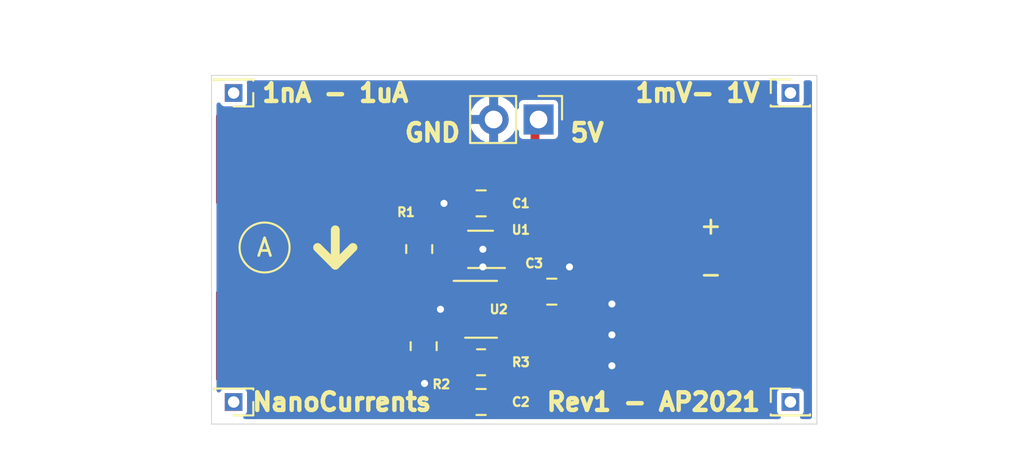
<source format=kicad_pcb>
(kicad_pcb (version 20171130) (host pcbnew "(5.1.10)-1")

  (general
    (thickness 1.6)
    (drawings 18)
    (tracks 62)
    (zones 0)
    (modules 17)
    (nets 8)
  )

  (page A4)
  (layers
    (0 F.Cu signal)
    (31 B.Cu signal)
    (32 B.Adhes user)
    (33 F.Adhes user)
    (34 B.Paste user)
    (35 F.Paste user)
    (36 B.SilkS user)
    (37 F.SilkS user)
    (38 B.Mask user)
    (39 F.Mask user)
    (40 Dwgs.User user)
    (41 Cmts.User user)
    (42 Eco1.User user)
    (43 Eco2.User user)
    (44 Edge.Cuts user)
    (45 Margin user)
    (46 B.CrtYd user)
    (47 F.CrtYd user)
    (48 B.Fab user)
    (49 F.Fab user)
  )

  (setup
    (last_trace_width 0.25)
    (user_trace_width 0.5)
    (trace_clearance 0.2)
    (zone_clearance 0.508)
    (zone_45_only no)
    (trace_min 0.2)
    (via_size 0.8)
    (via_drill 0.4)
    (via_min_size 0.4)
    (via_min_drill 0.3)
    (uvia_size 0.3)
    (uvia_drill 0.1)
    (uvias_allowed no)
    (uvia_min_size 0.2)
    (uvia_min_drill 0.1)
    (edge_width 0.05)
    (segment_width 0.2)
    (pcb_text_width 0.3)
    (pcb_text_size 1.5 1.5)
    (mod_edge_width 0.12)
    (mod_text_size 1 1)
    (mod_text_width 0.15)
    (pad_size 1.524 1.524)
    (pad_drill 0.762)
    (pad_to_mask_clearance 0)
    (aux_axis_origin 0 0)
    (visible_elements 7FFFFFFF)
    (pcbplotparams
      (layerselection 0x010fc_ffffffff)
      (usegerberextensions true)
      (usegerberattributes true)
      (usegerberadvancedattributes true)
      (creategerberjobfile true)
      (excludeedgelayer true)
      (linewidth 0.100000)
      (plotframeref false)
      (viasonmask false)
      (mode 1)
      (useauxorigin false)
      (hpglpennumber 1)
      (hpglpenspeed 20)
      (hpglpendiameter 15.000000)
      (psnegative false)
      (psa4output false)
      (plotreference true)
      (plotvalue true)
      (plotinvisibletext false)
      (padsonsilk false)
      (subtractmaskfromsilk false)
      (outputformat 1)
      (mirror false)
      (drillshape 0)
      (scaleselection 1)
      (outputdirectory "fab/"))
  )

  (net 0 "")
  (net 1 GND)
  (net 2 VCC)
  (net 3 "Net-(C2-Pad2)")
  (net 4 "Net-(C2-Pad1)")
  (net 5 "Net-(J1-Pad1)")
  (net 6 "Net-(J3-Pad1)")
  (net 7 "Net-(U1-Pad6)")

  (net_class Default "This is the default net class."
    (clearance 0.2)
    (trace_width 0.25)
    (via_dia 0.8)
    (via_drill 0.4)
    (uvia_dia 0.3)
    (uvia_drill 0.1)
    (add_net GND)
    (add_net "Net-(C2-Pad1)")
    (add_net "Net-(C2-Pad2)")
    (add_net "Net-(J1-Pad1)")
    (add_net "Net-(J3-Pad1)")
    (add_net "Net-(U1-Pad6)")
    (add_net VCC)
  )

  (module Connector_PinHeader_1.27mm:PinHeader_1x01_P1.27mm_Vertical (layer F.Cu) (tedit 59FED6E3) (tstamp 616B2FD2)
    (at 73 78.25 180)
    (descr "Through hole straight pin header, 1x01, 1.27mm pitch, single row")
    (tags "Through hole pin header THT 1x01 1.27mm single row")
    (fp_text reference REF** (at 0 -1.695) (layer F.SilkS) hide
      (effects (font (size 1 1) (thickness 0.15)))
    )
    (fp_text value PinHeader_1x01_P1.27mm_Vertical (at 0 1.695) (layer F.Fab)
      (effects (font (size 1 1) (thickness 0.15)))
    )
    (fp_line (start 1.55 -1.15) (end -1.55 -1.15) (layer F.CrtYd) (width 0.05))
    (fp_line (start 1.55 1.15) (end 1.55 -1.15) (layer F.CrtYd) (width 0.05))
    (fp_line (start -1.55 1.15) (end 1.55 1.15) (layer F.CrtYd) (width 0.05))
    (fp_line (start -1.55 -1.15) (end -1.55 1.15) (layer F.CrtYd) (width 0.05))
    (fp_line (start -1.11 -0.76) (end 0 -0.76) (layer F.SilkS) (width 0.12))
    (fp_line (start -1.11 0) (end -1.11 -0.76) (layer F.SilkS) (width 0.12))
    (fp_line (start 0.563471 0.76) (end 1.11 0.76) (layer F.SilkS) (width 0.12))
    (fp_line (start -1.11 0.76) (end -0.563471 0.76) (layer F.SilkS) (width 0.12))
    (fp_line (start 1.11 0.76) (end 1.11 0.695) (layer F.SilkS) (width 0.12))
    (fp_line (start -1.11 0.76) (end -1.11 0.695) (layer F.SilkS) (width 0.12))
    (fp_line (start -1.11 0.76) (end 1.11 0.76) (layer F.SilkS) (width 0.12))
    (fp_line (start -1.05 -0.11) (end -0.525 -0.635) (layer F.Fab) (width 0.1))
    (fp_line (start -1.05 0.635) (end -1.05 -0.11) (layer F.Fab) (width 0.1))
    (fp_line (start 1.05 0.635) (end -1.05 0.635) (layer F.Fab) (width 0.1))
    (fp_line (start 1.05 -0.635) (end 1.05 0.635) (layer F.Fab) (width 0.1))
    (fp_line (start -0.525 -0.635) (end 1.05 -0.635) (layer F.Fab) (width 0.1))
    (fp_text user %R (at 0 0 90) (layer F.Fab)
      (effects (font (size 1 1) (thickness 0.15)))
    )
    (pad 1 thru_hole rect (at 0 0 180) (size 1 1) (drill 0.65) (layers *.Cu *.Mask))
    (model ${KISYS3DMOD}/Connector_PinHeader_1.27mm.3dshapes/PinHeader_1x01_P1.27mm_Vertical.wrl
      (at (xyz 0 0 0))
      (scale (xyz 1 1 1))
      (rotate (xyz 0 0 0))
    )
  )

  (module Connector_PinHeader_1.27mm:PinHeader_1x01_P1.27mm_Vertical (layer F.Cu) (tedit 59FED6E3) (tstamp 616B2FA8)
    (at 104.5 78.25)
    (descr "Through hole straight pin header, 1x01, 1.27mm pitch, single row")
    (tags "Through hole pin header THT 1x01 1.27mm single row")
    (fp_text reference REF** (at 0 -1.695) (layer F.SilkS) hide
      (effects (font (size 1 1) (thickness 0.15)))
    )
    (fp_text value PinHeader_1x01_P1.27mm_Vertical (at 0 1.695) (layer F.Fab)
      (effects (font (size 1 1) (thickness 0.15)))
    )
    (fp_line (start -0.525 -0.635) (end 1.05 -0.635) (layer F.Fab) (width 0.1))
    (fp_line (start 1.05 -0.635) (end 1.05 0.635) (layer F.Fab) (width 0.1))
    (fp_line (start 1.05 0.635) (end -1.05 0.635) (layer F.Fab) (width 0.1))
    (fp_line (start -1.05 0.635) (end -1.05 -0.11) (layer F.Fab) (width 0.1))
    (fp_line (start -1.05 -0.11) (end -0.525 -0.635) (layer F.Fab) (width 0.1))
    (fp_line (start -1.11 0.76) (end 1.11 0.76) (layer F.SilkS) (width 0.12))
    (fp_line (start -1.11 0.76) (end -1.11 0.695) (layer F.SilkS) (width 0.12))
    (fp_line (start 1.11 0.76) (end 1.11 0.695) (layer F.SilkS) (width 0.12))
    (fp_line (start -1.11 0.76) (end -0.563471 0.76) (layer F.SilkS) (width 0.12))
    (fp_line (start 0.563471 0.76) (end 1.11 0.76) (layer F.SilkS) (width 0.12))
    (fp_line (start -1.11 0) (end -1.11 -0.76) (layer F.SilkS) (width 0.12))
    (fp_line (start -1.11 -0.76) (end 0 -0.76) (layer F.SilkS) (width 0.12))
    (fp_line (start -1.55 -1.15) (end -1.55 1.15) (layer F.CrtYd) (width 0.05))
    (fp_line (start -1.55 1.15) (end 1.55 1.15) (layer F.CrtYd) (width 0.05))
    (fp_line (start 1.55 1.15) (end 1.55 -1.15) (layer F.CrtYd) (width 0.05))
    (fp_line (start 1.55 -1.15) (end -1.55 -1.15) (layer F.CrtYd) (width 0.05))
    (fp_text user %R (at 0 0 90) (layer F.Fab)
      (effects (font (size 1 1) (thickness 0.15)))
    )
    (pad 1 thru_hole rect (at 0 0) (size 1 1) (drill 0.65) (layers *.Cu *.Mask))
    (model ${KISYS3DMOD}/Connector_PinHeader_1.27mm.3dshapes/PinHeader_1x01_P1.27mm_Vertical.wrl
      (at (xyz 0 0 0))
      (scale (xyz 1 1 1))
      (rotate (xyz 0 0 0))
    )
  )

  (module Connector_PinHeader_1.27mm:PinHeader_1x01_P1.27mm_Vertical (layer F.Cu) (tedit 59FED6E3) (tstamp 616B2F4D)
    (at 73 95.75 180)
    (descr "Through hole straight pin header, 1x01, 1.27mm pitch, single row")
    (tags "Through hole pin header THT 1x01 1.27mm single row")
    (fp_text reference REF** (at 0 -1.695) (layer F.SilkS) hide
      (effects (font (size 1 1) (thickness 0.15)))
    )
    (fp_text value PinHeader_1x01_P1.27mm_Vertical (at 0 1.695) (layer F.Fab)
      (effects (font (size 1 1) (thickness 0.15)))
    )
    (fp_line (start -0.525 -0.635) (end 1.05 -0.635) (layer F.Fab) (width 0.1))
    (fp_line (start 1.05 -0.635) (end 1.05 0.635) (layer F.Fab) (width 0.1))
    (fp_line (start 1.05 0.635) (end -1.05 0.635) (layer F.Fab) (width 0.1))
    (fp_line (start -1.05 0.635) (end -1.05 -0.11) (layer F.Fab) (width 0.1))
    (fp_line (start -1.05 -0.11) (end -0.525 -0.635) (layer F.Fab) (width 0.1))
    (fp_line (start -1.11 0.76) (end 1.11 0.76) (layer F.SilkS) (width 0.12))
    (fp_line (start -1.11 0.76) (end -1.11 0.695) (layer F.SilkS) (width 0.12))
    (fp_line (start 1.11 0.76) (end 1.11 0.695) (layer F.SilkS) (width 0.12))
    (fp_line (start -1.11 0.76) (end -0.563471 0.76) (layer F.SilkS) (width 0.12))
    (fp_line (start 0.563471 0.76) (end 1.11 0.76) (layer F.SilkS) (width 0.12))
    (fp_line (start -1.11 0) (end -1.11 -0.76) (layer F.SilkS) (width 0.12))
    (fp_line (start -1.11 -0.76) (end 0 -0.76) (layer F.SilkS) (width 0.12))
    (fp_line (start -1.55 -1.15) (end -1.55 1.15) (layer F.CrtYd) (width 0.05))
    (fp_line (start -1.55 1.15) (end 1.55 1.15) (layer F.CrtYd) (width 0.05))
    (fp_line (start 1.55 1.15) (end 1.55 -1.15) (layer F.CrtYd) (width 0.05))
    (fp_line (start 1.55 -1.15) (end -1.55 -1.15) (layer F.CrtYd) (width 0.05))
    (fp_text user %R (at 0 0 90) (layer F.Fab)
      (effects (font (size 1 1) (thickness 0.15)))
    )
    (pad 1 thru_hole rect (at 0 0 180) (size 1 1) (drill 0.65) (layers *.Cu *.Mask))
    (model ${KISYS3DMOD}/Connector_PinHeader_1.27mm.3dshapes/PinHeader_1x01_P1.27mm_Vertical.wrl
      (at (xyz 0 0 0))
      (scale (xyz 1 1 1))
      (rotate (xyz 0 0 0))
    )
  )

  (module Connector_PinHeader_1.27mm:PinHeader_1x01_P1.27mm_Vertical (layer F.Cu) (tedit 59FED6E3) (tstamp 616B2F20)
    (at 104.5 95.75)
    (descr "Through hole straight pin header, 1x01, 1.27mm pitch, single row")
    (tags "Through hole pin header THT 1x01 1.27mm single row")
    (fp_text reference REF** (at 0 -1.695) (layer F.SilkS) hide
      (effects (font (size 1 1) (thickness 0.15)))
    )
    (fp_text value PinHeader_1x01_P1.27mm_Vertical (at 0 1.695) (layer F.Fab)
      (effects (font (size 1 1) (thickness 0.15)))
    )
    (fp_line (start 1.55 -1.15) (end -1.55 -1.15) (layer F.CrtYd) (width 0.05))
    (fp_line (start 1.55 1.15) (end 1.55 -1.15) (layer F.CrtYd) (width 0.05))
    (fp_line (start -1.55 1.15) (end 1.55 1.15) (layer F.CrtYd) (width 0.05))
    (fp_line (start -1.55 -1.15) (end -1.55 1.15) (layer F.CrtYd) (width 0.05))
    (fp_line (start -1.11 -0.76) (end 0 -0.76) (layer F.SilkS) (width 0.12))
    (fp_line (start -1.11 0) (end -1.11 -0.76) (layer F.SilkS) (width 0.12))
    (fp_line (start 0.563471 0.76) (end 1.11 0.76) (layer F.SilkS) (width 0.12))
    (fp_line (start -1.11 0.76) (end -0.563471 0.76) (layer F.SilkS) (width 0.12))
    (fp_line (start 1.11 0.76) (end 1.11 0.695) (layer F.SilkS) (width 0.12))
    (fp_line (start -1.11 0.76) (end -1.11 0.695) (layer F.SilkS) (width 0.12))
    (fp_line (start -1.11 0.76) (end 1.11 0.76) (layer F.SilkS) (width 0.12))
    (fp_line (start -1.05 -0.11) (end -0.525 -0.635) (layer F.Fab) (width 0.1))
    (fp_line (start -1.05 0.635) (end -1.05 -0.11) (layer F.Fab) (width 0.1))
    (fp_line (start 1.05 0.635) (end -1.05 0.635) (layer F.Fab) (width 0.1))
    (fp_line (start 1.05 -0.635) (end 1.05 0.635) (layer F.Fab) (width 0.1))
    (fp_line (start -0.525 -0.635) (end 1.05 -0.635) (layer F.Fab) (width 0.1))
    (fp_text user %R (at 0 0 90) (layer F.Fab)
      (effects (font (size 1 1) (thickness 0.15)))
    )
    (pad 1 thru_hole rect (at 0 0) (size 1 1) (drill 0.65) (layers *.Cu *.Mask))
    (model ${KISYS3DMOD}/Connector_PinHeader_1.27mm.3dshapes/PinHeader_1x01_P1.27mm_Vertical.wrl
      (at (xyz 0 0 0))
      (scale (xyz 1 1 1))
      (rotate (xyz 0 0 0))
    )
  )

  (module Package_TO_SOT_SMD:SOT-23-5 (layer F.Cu) (tedit 5A02FF57) (tstamp 616B1F90)
    (at 87 90.5)
    (descr "5-pin SOT23 package")
    (tags SOT-23-5)
    (path /616AB78B)
    (attr smd)
    (fp_text reference U2 (at 1 0) (layer F.SilkS)
      (effects (font (size 0.5 0.5) (thickness 0.125)))
    )
    (fp_text value LM321 (at 0 2.9) (layer F.Fab)
      (effects (font (size 1 1) (thickness 0.15)))
    )
    (fp_line (start 0.9 -1.55) (end 0.9 1.55) (layer F.Fab) (width 0.1))
    (fp_line (start 0.9 1.55) (end -0.9 1.55) (layer F.Fab) (width 0.1))
    (fp_line (start -0.9 -0.9) (end -0.9 1.55) (layer F.Fab) (width 0.1))
    (fp_line (start 0.9 -1.55) (end -0.25 -1.55) (layer F.Fab) (width 0.1))
    (fp_line (start -0.9 -0.9) (end -0.25 -1.55) (layer F.Fab) (width 0.1))
    (fp_line (start -1.9 1.8) (end -1.9 -1.8) (layer F.CrtYd) (width 0.05))
    (fp_line (start 1.9 1.8) (end -1.9 1.8) (layer F.CrtYd) (width 0.05))
    (fp_line (start 1.9 -1.8) (end 1.9 1.8) (layer F.CrtYd) (width 0.05))
    (fp_line (start -1.9 -1.8) (end 1.9 -1.8) (layer F.CrtYd) (width 0.05))
    (fp_line (start 0.9 -1.61) (end -1.55 -1.61) (layer F.SilkS) (width 0.12))
    (fp_line (start -0.9 1.61) (end 0.9 1.61) (layer F.SilkS) (width 0.12))
    (fp_text user %R (at 0 0 90) (layer F.Fab)
      (effects (font (size 0.5 0.5) (thickness 0.075)))
    )
    (pad 5 smd rect (at 1.1 -0.95) (size 1.06 0.65) (layers F.Cu F.Paste F.Mask)
      (net 2 VCC))
    (pad 4 smd rect (at 1.1 0.95) (size 1.06 0.65) (layers F.Cu F.Paste F.Mask)
      (net 3 "Net-(C2-Pad2)"))
    (pad 3 smd rect (at -1.1 0.95) (size 1.06 0.65) (layers F.Cu F.Paste F.Mask)
      (net 4 "Net-(C2-Pad1)"))
    (pad 2 smd rect (at -1.1 0) (size 1.06 0.65) (layers F.Cu F.Paste F.Mask)
      (net 1 GND))
    (pad 1 smd rect (at -1.1 -0.95) (size 1.06 0.65) (layers F.Cu F.Paste F.Mask)
      (net 7 "Net-(U1-Pad6)"))
    (model ${KISYS3DMOD}/Package_TO_SOT_SMD.3dshapes/SOT-23-5.wrl
      (at (xyz 0 0 0))
      (scale (xyz 1 1 1))
      (rotate (xyz 0 0 0))
    )
  )

  (module Achille_footprints:SC-70-6 (layer F.Cu) (tedit 616ABE09) (tstamp 616B1F7B)
    (at 87 87 180)
    (descr SC70-6)
    (tags "SC70-6 PDSO-G6")
    (path /616ACD7F)
    (attr smd)
    (fp_text reference U1 (at -2.25 1) (layer F.SilkS)
      (effects (font (size 0.5 0.5) (thickness 0.125)))
    )
    (fp_text value INA213 (at 0 2.05) (layer F.Fab)
      (effects (font (size 1 1) (thickness 0.15)))
    )
    (fp_line (start 1.7 1.1) (end -1.7 1.1) (layer F.CrtYd) (width 0.05))
    (fp_line (start 1.7 -1.3) (end 1.7 1.1) (layer F.CrtYd) (width 0.05))
    (fp_line (start -1.7 -1.3) (end 1.7 -1.3) (layer F.CrtYd) (width 0.05))
    (fp_line (start -1.7 1.1) (end -1.7 -1.3) (layer F.CrtYd) (width 0.05))
    (fp_line (start 0.735 -1.16) (end -1.35 -1.16) (layer F.SilkS) (width 0.12))
    (fp_line (start -0.675 0.95) (end 0.735 0.95) (layer F.SilkS) (width 0.12))
    (fp_line (start 0.675 -1.1) (end -0.175 -1.1) (layer F.Fab) (width 0.1))
    (fp_line (start -0.675 -0.6) (end -0.675 0.6) (layer F.Fab) (width 0.1))
    (fp_line (start 0.675 -1.1) (end 0.675 0.6) (layer F.Fab) (width 0.1))
    (fp_line (start 0.675 0.6) (end -0.675 0.6) (layer F.Fab) (width 0.1))
    (fp_line (start -0.175 -1.1) (end -0.675 -0.6) (layer F.Fab) (width 0.1))
    (fp_text user %R (at 0 0 90) (layer F.Fab)
      (effects (font (size 0.5 0.5) (thickness 0.075)))
    )
    (pad 1 smd rect (at -1.1 -0.75 90) (size 0.35 0.85) (layers F.Cu F.Paste F.Mask)
      (net 1 GND))
    (pad 2 smd rect (at -1.1 -0.1 90) (size 0.35 0.85) (layers F.Cu F.Paste F.Mask)
      (net 1 GND))
    (pad 3 smd rect (at -1.1 0.55 90) (size 0.35 0.85) (layers F.Cu F.Paste F.Mask)
      (net 2 VCC))
    (pad 4 smd rect (at 1.1 0.55 90) (size 0.35 0.85) (layers F.Cu F.Paste F.Mask)
      (net 5 "Net-(J1-Pad1)"))
    (pad 5 smd rect (at 1.1 -0.1 90) (size 0.35 0.85) (layers F.Cu F.Paste F.Mask)
      (net 6 "Net-(J3-Pad1)"))
    (pad 6 smd rect (at 1.1 -0.75 90) (size 0.35 0.85) (layers F.Cu F.Paste F.Mask)
      (net 7 "Net-(U1-Pad6)"))
    (model ${KISYS3DMOD}/Package_TO_SOT_SMD.3dshapes/SC-70-8.wrl
      (at (xyz 0 0 0))
      (scale (xyz 1 1 1))
      (rotate (xyz 0 0 0))
    )
  )

  (module Resistor_SMD:R_0805_2012Metric (layer F.Cu) (tedit 5F68FEEE) (tstamp 616B1F65)
    (at 87 93.5 180)
    (descr "Resistor SMD 0805 (2012 Metric), square (rectangular) end terminal, IPC_7351 nominal, (Body size source: IPC-SM-782 page 72, https://www.pcb-3d.com/wordpress/wp-content/uploads/ipc-sm-782a_amendment_1_and_2.pdf), generated with kicad-footprint-generator")
    (tags resistor)
    (path /616B7035)
    (attr smd)
    (fp_text reference R3 (at -2.25 0) (layer F.SilkS)
      (effects (font (size 0.5 0.5) (thickness 0.125)))
    )
    (fp_text value "10k 0.1%" (at 0 1.65) (layer F.Fab)
      (effects (font (size 1 1) (thickness 0.15)))
    )
    (fp_line (start 1.68 0.95) (end -1.68 0.95) (layer F.CrtYd) (width 0.05))
    (fp_line (start 1.68 -0.95) (end 1.68 0.95) (layer F.CrtYd) (width 0.05))
    (fp_line (start -1.68 -0.95) (end 1.68 -0.95) (layer F.CrtYd) (width 0.05))
    (fp_line (start -1.68 0.95) (end -1.68 -0.95) (layer F.CrtYd) (width 0.05))
    (fp_line (start -0.227064 0.735) (end 0.227064 0.735) (layer F.SilkS) (width 0.12))
    (fp_line (start -0.227064 -0.735) (end 0.227064 -0.735) (layer F.SilkS) (width 0.12))
    (fp_line (start 1 0.625) (end -1 0.625) (layer F.Fab) (width 0.1))
    (fp_line (start 1 -0.625) (end 1 0.625) (layer F.Fab) (width 0.1))
    (fp_line (start -1 -0.625) (end 1 -0.625) (layer F.Fab) (width 0.1))
    (fp_line (start -1 0.625) (end -1 -0.625) (layer F.Fab) (width 0.1))
    (fp_text user %R (at 0 0) (layer F.Fab)
      (effects (font (size 0.5 0.5) (thickness 0.08)))
    )
    (pad 2 smd roundrect (at 0.9125 0 180) (size 1.025 1.4) (layers F.Cu F.Paste F.Mask) (roundrect_rratio 0.2439014634146341)
      (net 4 "Net-(C2-Pad1)"))
    (pad 1 smd roundrect (at -0.9125 0 180) (size 1.025 1.4) (layers F.Cu F.Paste F.Mask) (roundrect_rratio 0.2439014634146341)
      (net 3 "Net-(C2-Pad2)"))
    (model ${KISYS3DMOD}/Resistor_SMD.3dshapes/R_0805_2012Metric.wrl
      (at (xyz 0 0 0))
      (scale (xyz 1 1 1))
      (rotate (xyz 0 0 0))
    )
  )

  (module Resistor_SMD:R_0805_2012Metric (layer F.Cu) (tedit 5F68FEEE) (tstamp 616B1F54)
    (at 83.75 92.5875 270)
    (descr "Resistor SMD 0805 (2012 Metric), square (rectangular) end terminal, IPC_7351 nominal, (Body size source: IPC-SM-782 page 72, https://www.pcb-3d.com/wordpress/wp-content/uploads/ipc-sm-782a_amendment_1_and_2.pdf), generated with kicad-footprint-generator")
    (tags resistor)
    (path /616B62D0)
    (attr smd)
    (fp_text reference R2 (at 2.1625 -1 180) (layer F.SilkS)
      (effects (font (size 0.5 0.5) (thickness 0.125)))
    )
    (fp_text value "10k 0.1%" (at 0 1.65 90) (layer F.Fab)
      (effects (font (size 1 1) (thickness 0.15)))
    )
    (fp_line (start 1.68 0.95) (end -1.68 0.95) (layer F.CrtYd) (width 0.05))
    (fp_line (start 1.68 -0.95) (end 1.68 0.95) (layer F.CrtYd) (width 0.05))
    (fp_line (start -1.68 -0.95) (end 1.68 -0.95) (layer F.CrtYd) (width 0.05))
    (fp_line (start -1.68 0.95) (end -1.68 -0.95) (layer F.CrtYd) (width 0.05))
    (fp_line (start -0.227064 0.735) (end 0.227064 0.735) (layer F.SilkS) (width 0.12))
    (fp_line (start -0.227064 -0.735) (end 0.227064 -0.735) (layer F.SilkS) (width 0.12))
    (fp_line (start 1 0.625) (end -1 0.625) (layer F.Fab) (width 0.1))
    (fp_line (start 1 -0.625) (end 1 0.625) (layer F.Fab) (width 0.1))
    (fp_line (start -1 -0.625) (end 1 -0.625) (layer F.Fab) (width 0.1))
    (fp_line (start -1 0.625) (end -1 -0.625) (layer F.Fab) (width 0.1))
    (fp_text user %R (at 0 0 90) (layer F.Fab)
      (effects (font (size 0.5 0.5) (thickness 0.08)))
    )
    (pad 2 smd roundrect (at 0.9125 0 270) (size 1.025 1.4) (layers F.Cu F.Paste F.Mask) (roundrect_rratio 0.2439014634146341)
      (net 1 GND))
    (pad 1 smd roundrect (at -0.9125 0 270) (size 1.025 1.4) (layers F.Cu F.Paste F.Mask) (roundrect_rratio 0.2439014634146341)
      (net 4 "Net-(C2-Pad1)"))
    (model ${KISYS3DMOD}/Resistor_SMD.3dshapes/R_0805_2012Metric.wrl
      (at (xyz 0 0 0))
      (scale (xyz 1 1 1))
      (rotate (xyz 0 0 0))
    )
  )

  (module Resistor_SMD:R_0805_2012Metric (layer F.Cu) (tedit 5F68FEEE) (tstamp 616B1F43)
    (at 83.5 87.0875 270)
    (descr "Resistor SMD 0805 (2012 Metric), square (rectangular) end terminal, IPC_7351 nominal, (Body size source: IPC-SM-782 page 72, https://www.pcb-3d.com/wordpress/wp-content/uploads/ipc-sm-782a_amendment_1_and_2.pdf), generated with kicad-footprint-generator")
    (tags resistor)
    (path /616AF36C)
    (attr smd)
    (fp_text reference R1 (at -2.0875 0.75 180) (layer F.SilkS)
      (effects (font (size 0.5 0.5) (thickness 0.125)))
    )
    (fp_text value "10k 0.1%" (at 0 1.65 90) (layer F.Fab)
      (effects (font (size 1 1) (thickness 0.15)))
    )
    (fp_line (start 1.68 0.95) (end -1.68 0.95) (layer F.CrtYd) (width 0.05))
    (fp_line (start 1.68 -0.95) (end 1.68 0.95) (layer F.CrtYd) (width 0.05))
    (fp_line (start -1.68 -0.95) (end 1.68 -0.95) (layer F.CrtYd) (width 0.05))
    (fp_line (start -1.68 0.95) (end -1.68 -0.95) (layer F.CrtYd) (width 0.05))
    (fp_line (start -0.227064 0.735) (end 0.227064 0.735) (layer F.SilkS) (width 0.12))
    (fp_line (start -0.227064 -0.735) (end 0.227064 -0.735) (layer F.SilkS) (width 0.12))
    (fp_line (start 1 0.625) (end -1 0.625) (layer F.Fab) (width 0.1))
    (fp_line (start 1 -0.625) (end 1 0.625) (layer F.Fab) (width 0.1))
    (fp_line (start -1 -0.625) (end 1 -0.625) (layer F.Fab) (width 0.1))
    (fp_line (start -1 0.625) (end -1 -0.625) (layer F.Fab) (width 0.1))
    (fp_text user %R (at 0 0 90) (layer F.Fab)
      (effects (font (size 0.5 0.5) (thickness 0.08)))
    )
    (pad 2 smd roundrect (at 0.9125 0 270) (size 1.025 1.4) (layers F.Cu F.Paste F.Mask) (roundrect_rratio 0.2439014634146341)
      (net 6 "Net-(J3-Pad1)"))
    (pad 1 smd roundrect (at -0.9125 0 270) (size 1.025 1.4) (layers F.Cu F.Paste F.Mask) (roundrect_rratio 0.2439014634146341)
      (net 5 "Net-(J1-Pad1)"))
    (model ${KISYS3DMOD}/Resistor_SMD.3dshapes/R_0805_2012Metric.wrl
      (at (xyz 0 0 0))
      (scale (xyz 1 1 1))
      (rotate (xyz 0 0 0))
    )
  )

  (module Connector_Wire:SolderWirePad_1x01_SMD_5x10mm (layer F.Cu) (tedit 5640A485) (tstamp 616B1F32)
    (at 100.25 92 90)
    (descr "Wire Pad, Square, SMD Pad,  5mm x 10mm,")
    (tags "MesurementPoint Square SMDPad 5mmx10mm ")
    (path /616CBFE8)
    (attr smd virtual)
    (fp_text reference J5 (at 0 -3.81 90) (layer F.SilkS) hide
      (effects (font (size 1 1) (thickness 0.15)))
    )
    (fp_text value Conn_01x01_Female (at 0 6.35 90) (layer F.Fab)
      (effects (font (size 1 1) (thickness 0.15)))
    )
    (fp_line (start -2.75 -5.25) (end -2.75 5.25) (layer F.CrtYd) (width 0.05))
    (fp_line (start -2.75 5.25) (end 2.75 5.25) (layer F.CrtYd) (width 0.05))
    (fp_line (start 2.75 5.25) (end 2.75 -5.25) (layer F.CrtYd) (width 0.05))
    (fp_line (start 2.75 -5.25) (end -2.75 -5.25) (layer F.CrtYd) (width 0.05))
    (fp_text user %R (at 0 0 90) (layer F.Fab)
      (effects (font (size 1 1) (thickness 0.15)))
    )
    (pad 1 smd rect (at 0 0 90) (size 5 10) (layers F.Cu F.Paste F.Mask)
      (net 1 GND))
  )

  (module Connector_Wire:SolderWirePad_1x01_SMD_5x10mm (layer F.Cu) (tedit 5640A485) (tstamp 616B1F28)
    (at 100.25 82 90)
    (descr "Wire Pad, Square, SMD Pad,  5mm x 10mm,")
    (tags "MesurementPoint Square SMDPad 5mmx10mm ")
    (path /616CA7E3)
    (attr smd virtual)
    (fp_text reference J4 (at 0 -3.81 90) (layer F.SilkS) hide
      (effects (font (size 1 1) (thickness 0.15)))
    )
    (fp_text value Conn_01x01_Female (at 0 6.35 90) (layer F.Fab)
      (effects (font (size 1 1) (thickness 0.15)))
    )
    (fp_line (start -2.75 -5.25) (end -2.75 5.25) (layer F.CrtYd) (width 0.05))
    (fp_line (start -2.75 5.25) (end 2.75 5.25) (layer F.CrtYd) (width 0.05))
    (fp_line (start 2.75 5.25) (end 2.75 -5.25) (layer F.CrtYd) (width 0.05))
    (fp_line (start 2.75 -5.25) (end -2.75 -5.25) (layer F.CrtYd) (width 0.05))
    (fp_text user %R (at 0 0 90) (layer F.Fab)
      (effects (font (size 1 1) (thickness 0.15)))
    )
    (pad 1 smd rect (at 0 0 90) (size 5 10) (layers F.Cu F.Paste F.Mask)
      (net 3 "Net-(C2-Pad2)"))
  )

  (module Connector_Wire:SolderWirePad_1x01_SMD_5x10mm (layer F.Cu) (tedit 5640A485) (tstamp 616B1F1E)
    (at 77 92 90)
    (descr "Wire Pad, Square, SMD Pad,  5mm x 10mm,")
    (tags "MesurementPoint Square SMDPad 5mmx10mm ")
    (path /616AEE00)
    (attr smd virtual)
    (fp_text reference J3 (at 0 -3.81 90) (layer F.SilkS) hide
      (effects (font (size 1 1) (thickness 0.15)))
    )
    (fp_text value Conn_01x01_Female (at 0 6.35 90) (layer F.Fab)
      (effects (font (size 1 1) (thickness 0.15)))
    )
    (fp_line (start -2.75 -5.25) (end -2.75 5.25) (layer F.CrtYd) (width 0.05))
    (fp_line (start -2.75 5.25) (end 2.75 5.25) (layer F.CrtYd) (width 0.05))
    (fp_line (start 2.75 5.25) (end 2.75 -5.25) (layer F.CrtYd) (width 0.05))
    (fp_line (start 2.75 -5.25) (end -2.75 -5.25) (layer F.CrtYd) (width 0.05))
    (fp_text user %R (at 0 0 90) (layer F.Fab)
      (effects (font (size 1 1) (thickness 0.15)))
    )
    (pad 1 smd rect (at 0 0 90) (size 5 10) (layers F.Cu F.Paste F.Mask)
      (net 6 "Net-(J3-Pad1)"))
  )

  (module Connector_PinHeader_2.54mm:PinHeader_1x02_P2.54mm_Vertical (layer F.Cu) (tedit 59FED5CC) (tstamp 616B1F14)
    (at 90.25 79.75 270)
    (descr "Through hole straight pin header, 1x02, 2.54mm pitch, single row")
    (tags "Through hole pin header THT 1x02 2.54mm single row")
    (path /616AAF92)
    (fp_text reference J2 (at 0 -2.33 90) (layer F.SilkS) hide
      (effects (font (size 1 1) (thickness 0.15)))
    )
    (fp_text value Conn_01x02_Male (at 0 4.87 90) (layer F.Fab)
      (effects (font (size 1 1) (thickness 0.15)))
    )
    (fp_line (start 1.8 -1.8) (end -1.8 -1.8) (layer F.CrtYd) (width 0.05))
    (fp_line (start 1.8 4.35) (end 1.8 -1.8) (layer F.CrtYd) (width 0.05))
    (fp_line (start -1.8 4.35) (end 1.8 4.35) (layer F.CrtYd) (width 0.05))
    (fp_line (start -1.8 -1.8) (end -1.8 4.35) (layer F.CrtYd) (width 0.05))
    (fp_line (start -1.33 -1.33) (end 0 -1.33) (layer F.SilkS) (width 0.12))
    (fp_line (start -1.33 0) (end -1.33 -1.33) (layer F.SilkS) (width 0.12))
    (fp_line (start -1.33 1.27) (end 1.33 1.27) (layer F.SilkS) (width 0.12))
    (fp_line (start 1.33 1.27) (end 1.33 3.87) (layer F.SilkS) (width 0.12))
    (fp_line (start -1.33 1.27) (end -1.33 3.87) (layer F.SilkS) (width 0.12))
    (fp_line (start -1.33 3.87) (end 1.33 3.87) (layer F.SilkS) (width 0.12))
    (fp_line (start -1.27 -0.635) (end -0.635 -1.27) (layer F.Fab) (width 0.1))
    (fp_line (start -1.27 3.81) (end -1.27 -0.635) (layer F.Fab) (width 0.1))
    (fp_line (start 1.27 3.81) (end -1.27 3.81) (layer F.Fab) (width 0.1))
    (fp_line (start 1.27 -1.27) (end 1.27 3.81) (layer F.Fab) (width 0.1))
    (fp_line (start -0.635 -1.27) (end 1.27 -1.27) (layer F.Fab) (width 0.1))
    (fp_text user %R (at 0 1.27) (layer F.Fab)
      (effects (font (size 1 1) (thickness 0.15)))
    )
    (pad 2 thru_hole oval (at 0 2.54 270) (size 1.7 1.7) (drill 1) (layers *.Cu *.Mask)
      (net 1 GND))
    (pad 1 thru_hole rect (at 0 0 270) (size 1.7 1.7) (drill 1) (layers *.Cu *.Mask)
      (net 2 VCC))
    (model ${KISYS3DMOD}/Connector_PinHeader_2.54mm.3dshapes/PinHeader_1x02_P2.54mm_Vertical.wrl
      (at (xyz 0 0 0))
      (scale (xyz 1 1 1))
      (rotate (xyz 0 0 0))
    )
  )

  (module Connector_Wire:SolderWirePad_1x01_SMD_5x10mm (layer F.Cu) (tedit 5640A485) (tstamp 616B1EFE)
    (at 77 82 90)
    (descr "Wire Pad, Square, SMD Pad,  5mm x 10mm,")
    (tags "MesurementPoint Square SMDPad 5mmx10mm ")
    (path /616AAD8B)
    (attr smd virtual)
    (fp_text reference J1 (at 0 -3.81 90) (layer F.SilkS) hide
      (effects (font (size 1 1) (thickness 0.15)))
    )
    (fp_text value Conn_01x01_Female (at 0 6.35 90) (layer F.Fab)
      (effects (font (size 1 1) (thickness 0.15)))
    )
    (fp_line (start -2.75 -5.25) (end -2.75 5.25) (layer F.CrtYd) (width 0.05))
    (fp_line (start -2.75 5.25) (end 2.75 5.25) (layer F.CrtYd) (width 0.05))
    (fp_line (start 2.75 5.25) (end 2.75 -5.25) (layer F.CrtYd) (width 0.05))
    (fp_line (start 2.75 -5.25) (end -2.75 -5.25) (layer F.CrtYd) (width 0.05))
    (fp_text user %R (at 0 0 90) (layer F.Fab)
      (effects (font (size 1 1) (thickness 0.15)))
    )
    (pad 1 smd rect (at 0 0 90) (size 5 10) (layers F.Cu F.Paste F.Mask)
      (net 5 "Net-(J1-Pad1)"))
  )

  (module Capacitor_SMD:C_0805_2012Metric (layer F.Cu) (tedit 5F68FEEE) (tstamp 616B1EF4)
    (at 91 89.5)
    (descr "Capacitor SMD 0805 (2012 Metric), square (rectangular) end terminal, IPC_7351 nominal, (Body size source: IPC-SM-782 page 76, https://www.pcb-3d.com/wordpress/wp-content/uploads/ipc-sm-782a_amendment_1_and_2.pdf, https://docs.google.com/spreadsheets/d/1BsfQQcO9C6DZCsRaXUlFlo91Tg2WpOkGARC1WS5S8t0/edit?usp=sharing), generated with kicad-footprint-generator")
    (tags capacitor)
    (path /616BD980)
    (attr smd)
    (fp_text reference C3 (at -1 -1.6) (layer F.SilkS)
      (effects (font (size 0.5 0.5) (thickness 0.125)))
    )
    (fp_text value 0.1u (at 0 1.68) (layer F.Fab)
      (effects (font (size 1 1) (thickness 0.15)))
    )
    (fp_line (start 1.7 0.98) (end -1.7 0.98) (layer F.CrtYd) (width 0.05))
    (fp_line (start 1.7 -0.98) (end 1.7 0.98) (layer F.CrtYd) (width 0.05))
    (fp_line (start -1.7 -0.98) (end 1.7 -0.98) (layer F.CrtYd) (width 0.05))
    (fp_line (start -1.7 0.98) (end -1.7 -0.98) (layer F.CrtYd) (width 0.05))
    (fp_line (start -0.261252 0.735) (end 0.261252 0.735) (layer F.SilkS) (width 0.12))
    (fp_line (start -0.261252 -0.735) (end 0.261252 -0.735) (layer F.SilkS) (width 0.12))
    (fp_line (start 1 0.625) (end -1 0.625) (layer F.Fab) (width 0.1))
    (fp_line (start 1 -0.625) (end 1 0.625) (layer F.Fab) (width 0.1))
    (fp_line (start -1 -0.625) (end 1 -0.625) (layer F.Fab) (width 0.1))
    (fp_line (start -1 0.625) (end -1 -0.625) (layer F.Fab) (width 0.1))
    (fp_text user %R (at 0 0) (layer F.Fab)
      (effects (font (size 0.5 0.5) (thickness 0.08)))
    )
    (pad 2 smd roundrect (at 0.95 0) (size 1 1.45) (layers F.Cu F.Paste F.Mask) (roundrect_rratio 0.25)
      (net 1 GND))
    (pad 1 smd roundrect (at -0.95 0) (size 1 1.45) (layers F.Cu F.Paste F.Mask) (roundrect_rratio 0.25)
      (net 2 VCC))
    (model ${KISYS3DMOD}/Capacitor_SMD.3dshapes/C_0805_2012Metric.wrl
      (at (xyz 0 0 0))
      (scale (xyz 1 1 1))
      (rotate (xyz 0 0 0))
    )
  )

  (module Capacitor_SMD:C_0805_2012Metric (layer F.Cu) (tedit 5F68FEEE) (tstamp 616B1EE3)
    (at 87 95.75)
    (descr "Capacitor SMD 0805 (2012 Metric), square (rectangular) end terminal, IPC_7351 nominal, (Body size source: IPC-SM-782 page 76, https://www.pcb-3d.com/wordpress/wp-content/uploads/ipc-sm-782a_amendment_1_and_2.pdf, https://docs.google.com/spreadsheets/d/1BsfQQcO9C6DZCsRaXUlFlo91Tg2WpOkGARC1WS5S8t0/edit?usp=sharing), generated with kicad-footprint-generator")
    (tags capacitor)
    (path /616C754C)
    (attr smd)
    (fp_text reference C2 (at 2.25 0) (layer F.SilkS)
      (effects (font (size 0.5 0.5) (thickness 0.125)))
    )
    (fp_text value 10p (at 0 1.68) (layer F.Fab)
      (effects (font (size 1 1) (thickness 0.15)))
    )
    (fp_line (start 1.7 0.98) (end -1.7 0.98) (layer F.CrtYd) (width 0.05))
    (fp_line (start 1.7 -0.98) (end 1.7 0.98) (layer F.CrtYd) (width 0.05))
    (fp_line (start -1.7 -0.98) (end 1.7 -0.98) (layer F.CrtYd) (width 0.05))
    (fp_line (start -1.7 0.98) (end -1.7 -0.98) (layer F.CrtYd) (width 0.05))
    (fp_line (start -0.261252 0.735) (end 0.261252 0.735) (layer F.SilkS) (width 0.12))
    (fp_line (start -0.261252 -0.735) (end 0.261252 -0.735) (layer F.SilkS) (width 0.12))
    (fp_line (start 1 0.625) (end -1 0.625) (layer F.Fab) (width 0.1))
    (fp_line (start 1 -0.625) (end 1 0.625) (layer F.Fab) (width 0.1))
    (fp_line (start -1 -0.625) (end 1 -0.625) (layer F.Fab) (width 0.1))
    (fp_line (start -1 0.625) (end -1 -0.625) (layer F.Fab) (width 0.1))
    (fp_text user %R (at 0 0) (layer F.Fab)
      (effects (font (size 0.5 0.5) (thickness 0.08)))
    )
    (pad 2 smd roundrect (at 0.95 0) (size 1 1.45) (layers F.Cu F.Paste F.Mask) (roundrect_rratio 0.25)
      (net 3 "Net-(C2-Pad2)"))
    (pad 1 smd roundrect (at -0.95 0) (size 1 1.45) (layers F.Cu F.Paste F.Mask) (roundrect_rratio 0.25)
      (net 4 "Net-(C2-Pad1)"))
    (model ${KISYS3DMOD}/Capacitor_SMD.3dshapes/C_0805_2012Metric.wrl
      (at (xyz 0 0 0))
      (scale (xyz 1 1 1))
      (rotate (xyz 0 0 0))
    )
  )

  (module Capacitor_SMD:C_0805_2012Metric (layer F.Cu) (tedit 5F68FEEE) (tstamp 616B1ED2)
    (at 87 84.5 180)
    (descr "Capacitor SMD 0805 (2012 Metric), square (rectangular) end terminal, IPC_7351 nominal, (Body size source: IPC-SM-782 page 76, https://www.pcb-3d.com/wordpress/wp-content/uploads/ipc-sm-782a_amendment_1_and_2.pdf, https://docs.google.com/spreadsheets/d/1BsfQQcO9C6DZCsRaXUlFlo91Tg2WpOkGARC1WS5S8t0/edit?usp=sharing), generated with kicad-footprint-generator")
    (tags capacitor)
    (path /616B2D6F)
    (attr smd)
    (fp_text reference C1 (at -2.25 0) (layer F.SilkS)
      (effects (font (size 0.5 0.5) (thickness 0.125)))
    )
    (fp_text value 0.1u (at 0 1.68) (layer F.Fab)
      (effects (font (size 1 1) (thickness 0.15)))
    )
    (fp_line (start 1.7 0.98) (end -1.7 0.98) (layer F.CrtYd) (width 0.05))
    (fp_line (start 1.7 -0.98) (end 1.7 0.98) (layer F.CrtYd) (width 0.05))
    (fp_line (start -1.7 -0.98) (end 1.7 -0.98) (layer F.CrtYd) (width 0.05))
    (fp_line (start -1.7 0.98) (end -1.7 -0.98) (layer F.CrtYd) (width 0.05))
    (fp_line (start -0.261252 0.735) (end 0.261252 0.735) (layer F.SilkS) (width 0.12))
    (fp_line (start -0.261252 -0.735) (end 0.261252 -0.735) (layer F.SilkS) (width 0.12))
    (fp_line (start 1 0.625) (end -1 0.625) (layer F.Fab) (width 0.1))
    (fp_line (start 1 -0.625) (end 1 0.625) (layer F.Fab) (width 0.1))
    (fp_line (start -1 -0.625) (end 1 -0.625) (layer F.Fab) (width 0.1))
    (fp_line (start -1 0.625) (end -1 -0.625) (layer F.Fab) (width 0.1))
    (fp_text user %R (at 0 0) (layer F.Fab)
      (effects (font (size 0.5 0.5) (thickness 0.08)))
    )
    (pad 2 smd roundrect (at 0.95 0 180) (size 1 1.45) (layers F.Cu F.Paste F.Mask) (roundrect_rratio 0.25)
      (net 1 GND))
    (pad 1 smd roundrect (at -0.95 0 180) (size 1 1.45) (layers F.Cu F.Paste F.Mask) (roundrect_rratio 0.25)
      (net 2 VCC))
    (model ${KISYS3DMOD}/Capacitor_SMD.3dshapes/C_0805_2012Metric.wrl
      (at (xyz 0 0 0))
      (scale (xyz 1 1 1))
      (rotate (xyz 0 0 0))
    )
  )

  (gr_text "1mV- 1V" (at 99.25 78.25) (layer F.SilkS) (tstamp 616B3287)
    (effects (font (size 1 1) (thickness 0.25)))
  )
  (gr_text "1nA - 1uA" (at 78.75 78.25) (layer F.SilkS) (tstamp 616B3283)
    (effects (font (size 1 1) (thickness 0.25)))
  )
  (gr_text "Rev1 - AP2021" (at 96.75 95.75) (layer F.SilkS) (tstamp 616B30A2)
    (effects (font (size 1 1) (thickness 0.25)))
  )
  (gr_text "NanoCurrents " (at 79.5 95.75) (layer F.SilkS)
    (effects (font (size 1 1) (thickness 0.25)))
  )
  (gr_line (start 106 77.25) (end 106 97) (layer Edge.Cuts) (width 0.05) (tstamp 616B29B5))
  (gr_line (start 71.75 77.25) (end 106 77.25) (layer Edge.Cuts) (width 0.05))
  (gr_line (start 71.75 97) (end 71.75 77.25) (layer Edge.Cuts) (width 0.05))
  (gr_line (start 106 97) (end 71.75 97) (layer Edge.Cuts) (width 0.05))
  (gr_text - (at 100 88.5) (layer F.SilkS) (tstamp 616B285E)
    (effects (font (size 1 1) (thickness 0.15)))
  )
  (gr_text + (at 100 85.75) (layer F.SilkS)
    (effects (font (size 1 1) (thickness 0.15)))
  )
  (gr_text A (at 74.75 87) (layer F.SilkS)
    (effects (font (size 1 1) (thickness 0.15)))
  )
  (gr_circle (center 74.75 87) (end 75.75 88) (layer F.SilkS) (width 0.12))
  (gr_line (start 79.75 87) (end 78.75 88) (layer F.SilkS) (width 0.5) (tstamp 616B214D))
  (gr_line (start 77.75 87) (end 78.75 88) (layer F.SilkS) (width 0.5) (tstamp 616B214C))
  (gr_line (start 78.75 88) (end 77.75 87) (layer F.SilkS) (width 0.12))
  (gr_line (start 78.75 86) (end 78.75 88) (layer F.SilkS) (width 0.5))
  (gr_text GND (at 84.25 80.5) (layer F.SilkS) (tstamp 616B20D6)
    (effects (font (size 1 1) (thickness 0.25)))
  )
  (gr_text 5V (at 93 80.5) (layer F.SilkS)
    (effects (font (size 1 1) (thickness 0.25)))
  )

  (via (at 87.1 87.1) (size 0.8) (drill 0.4) (layers F.Cu B.Cu) (net 1))
  (segment (start 88.1 87.1) (end 87.1 87.1) (width 0.25) (layer F.Cu) (net 1))
  (via (at 87.1 88.1) (size 0.8) (drill 0.4) (layers F.Cu B.Cu) (net 1))
  (segment (start 87.45 87.75) (end 87.1 88.1) (width 0.25) (layer F.Cu) (net 1))
  (segment (start 88.1 87.75) (end 87.45 87.75) (width 0.25) (layer F.Cu) (net 1))
  (via (at 83.8 94.7) (size 0.8) (drill 0.4) (layers F.Cu B.Cu) (net 1))
  (segment (start 83.75 94.65) (end 83.8 94.7) (width 0.25) (layer F.Cu) (net 1))
  (segment (start 83.75 93.5) (end 83.75 94.65) (width 0.25) (layer F.Cu) (net 1))
  (via (at 94.4 91.95) (size 0.8) (drill 0.4) (layers F.Cu B.Cu) (net 1))
  (segment (start 100.25 91.95) (end 94.4 91.95) (width 0.25) (layer F.Cu) (net 1))
  (segment (start 98.4 92) (end 96.7 90.3) (width 0.25) (layer F.Cu) (net 1))
  (segment (start 100.25 92) (end 98.4 92) (width 0.25) (layer F.Cu) (net 1))
  (segment (start 100.25 92) (end 97.8 92) (width 0.25) (layer F.Cu) (net 1))
  (via (at 94.4 90.2) (size 0.8) (drill 0.4) (layers F.Cu B.Cu) (net 1))
  (segment (start 96 90.2) (end 94.4 90.2) (width 0.25) (layer F.Cu) (net 1))
  (segment (start 97.8 92) (end 96 90.2) (width 0.25) (layer F.Cu) (net 1))
  (segment (start 96 93.7) (end 94.4 93.7) (width 0.25) (layer F.Cu) (net 1) (tstamp 616B2931))
  (via (at 94.4 93.7) (size 0.8) (drill 0.4) (layers F.Cu B.Cu) (net 1) (tstamp 616B2932))
  (via (at 84.7 90.5) (size 0.8) (drill 0.4) (layers F.Cu B.Cu) (net 1))
  (segment (start 85.9 90.5) (end 84.7 90.5) (width 0.25) (layer F.Cu) (net 1))
  (via (at 84.9 84.5) (size 0.8) (drill 0.4) (layers F.Cu B.Cu) (net 1))
  (segment (start 86.05 84.5) (end 84.9 84.5) (width 0.5) (layer F.Cu) (net 1))
  (segment (start 91.95 88.15) (end 92 88.1) (width 0.5) (layer F.Cu) (net 1))
  (via (at 92 88.1) (size 0.8) (drill 0.4) (layers F.Cu B.Cu) (net 1))
  (segment (start 91.95 89.5) (end 91.95 88.15) (width 0.5) (layer F.Cu) (net 1))
  (segment (start 90 89.55) (end 90.05 89.5) (width 0.5) (layer F.Cu) (net 2))
  (segment (start 88.1 89.55) (end 90 89.55) (width 0.5) (layer F.Cu) (net 2))
  (segment (start 88.1 84.65) (end 87.95 84.5) (width 0.5) (layer F.Cu) (net 2))
  (segment (start 88.1 86.45) (end 88.1 84.65) (width 0.5) (layer F.Cu) (net 2))
  (segment (start 90.05 79.95) (end 90.25 79.75) (width 0.5) (layer F.Cu) (net 2))
  (segment (start 87.95 84.5) (end 90 84.5) (width 0.5) (layer F.Cu) (net 2))
  (segment (start 90.05 84.45) (end 90.05 79.95) (width 0.5) (layer F.Cu) (net 2))
  (segment (start 90 84.5) (end 90.05 84.45) (width 0.5) (layer F.Cu) (net 2))
  (segment (start 90.05 89.5) (end 90.05 84.45) (width 0.5) (layer F.Cu) (net 2))
  (segment (start 87.9125 95.7125) (end 87.95 95.75) (width 0.25) (layer F.Cu) (net 3))
  (segment (start 87.9125 93.5) (end 87.9125 95.7125) (width 0.25) (layer F.Cu) (net 3))
  (segment (start 88.1 93.3125) (end 87.9125 93.5) (width 0.25) (layer F.Cu) (net 3))
  (segment (start 88.1 91.45) (end 88.1 93.3125) (width 0.25) (layer F.Cu) (net 3))
  (segment (start 93.6 90.3) (end 93.6 82.8) (width 0.25) (layer F.Cu) (net 3))
  (segment (start 94.4 82) (end 100.25 82) (width 0.25) (layer F.Cu) (net 3))
  (segment (start 92.45 91.45) (end 93.6 90.3) (width 0.25) (layer F.Cu) (net 3))
  (segment (start 93.6 82.8) (end 94.4 82) (width 0.25) (layer F.Cu) (net 3))
  (segment (start 88.1 91.45) (end 92.45 91.45) (width 0.25) (layer F.Cu) (net 3))
  (segment (start 83.975 91.45) (end 83.75 91.675) (width 0.25) (layer F.Cu) (net 4))
  (segment (start 85.9 91.45) (end 83.975 91.45) (width 0.25) (layer F.Cu) (net 4))
  (segment (start 85.9 93.3125) (end 86.0875 93.5) (width 0.25) (layer F.Cu) (net 4))
  (segment (start 85.9 91.45) (end 85.9 93.3125) (width 0.25) (layer F.Cu) (net 4))
  (segment (start 86.0875 95.7125) (end 86.05 95.75) (width 0.25) (layer F.Cu) (net 4))
  (segment (start 86.0875 93.5) (end 86.0875 95.7125) (width 0.25) (layer F.Cu) (net 4))
  (segment (start 77 82) (end 82.5 82) (width 0.25) (layer F.Cu) (net 5))
  (segment (start 83.5 83) (end 83.5 86.175) (width 0.25) (layer F.Cu) (net 5))
  (segment (start 82.5 82) (end 83.5 83) (width 0.25) (layer F.Cu) (net 5))
  (segment (start 85.9 86.45) (end 84.95 86.45) (width 0.25) (layer F.Cu) (net 5))
  (segment (start 84.675 86.175) (end 83.5 86.175) (width 0.25) (layer F.Cu) (net 5))
  (segment (start 84.95 86.45) (end 84.675 86.175) (width 0.25) (layer F.Cu) (net 5))
  (segment (start 83.5 88) (end 83.5 89.5) (width 0.25) (layer F.Cu) (net 6))
  (segment (start 83.5 89.5) (end 82.5 90.5) (width 0.25) (layer F.Cu) (net 6))
  (segment (start 82.5 90.5) (end 81.5 90.5) (width 0.25) (layer F.Cu) (net 6))
  (segment (start 85.9 87.1) (end 85.2 87.1) (width 0.25) (layer F.Cu) (net 6))
  (segment (start 84.3 88) (end 83.5 88) (width 0.25) (layer F.Cu) (net 6))
  (segment (start 85.2 87.1) (end 84.3 88) (width 0.25) (layer F.Cu) (net 6))
  (segment (start 85.9 87.75) (end 85.9 89.55) (width 0.25) (layer F.Cu) (net 7))

  (zone (net 1) (net_name GND) (layer B.Cu) (tstamp 616B34EB) (hatch edge 0.508)
    (connect_pads (clearance 0.254))
    (min_thickness 0.254)
    (fill yes (arc_segments 32) (thermal_gap 0.508) (thermal_bridge_width 0.508))
    (polygon
      (pts
        (xy 106 97) (xy 71.75 97) (xy 71.75 77) (xy 106 77)
      )
    )
    (filled_polygon
      (pts
        (xy 103.624513 77.675311) (xy 103.617157 77.75) (xy 103.617157 78.75) (xy 103.624513 78.824689) (xy 103.646299 78.896508)
        (xy 103.681678 78.962696) (xy 103.729289 79.020711) (xy 103.787304 79.068322) (xy 103.853492 79.103701) (xy 103.925311 79.125487)
        (xy 104 79.132843) (xy 105 79.132843) (xy 105.074689 79.125487) (xy 105.146508 79.103701) (xy 105.212696 79.068322)
        (xy 105.270711 79.020711) (xy 105.318322 78.962696) (xy 105.353701 78.896508) (xy 105.375487 78.824689) (xy 105.382843 78.75)
        (xy 105.382843 77.75) (xy 105.375487 77.675311) (xy 105.369629 77.656) (xy 105.594 77.656) (xy 105.594001 96.594)
        (xy 105.164657 96.594) (xy 105.212696 96.568322) (xy 105.270711 96.520711) (xy 105.318322 96.462696) (xy 105.353701 96.396508)
        (xy 105.375487 96.324689) (xy 105.382843 96.25) (xy 105.382843 95.25) (xy 105.375487 95.175311) (xy 105.353701 95.103492)
        (xy 105.318322 95.037304) (xy 105.270711 94.979289) (xy 105.212696 94.931678) (xy 105.146508 94.896299) (xy 105.074689 94.874513)
        (xy 105 94.867157) (xy 104 94.867157) (xy 103.925311 94.874513) (xy 103.853492 94.896299) (xy 103.787304 94.931678)
        (xy 103.729289 94.979289) (xy 103.681678 95.037304) (xy 103.646299 95.103492) (xy 103.624513 95.175311) (xy 103.617157 95.25)
        (xy 103.617157 96.25) (xy 103.624513 96.324689) (xy 103.646299 96.396508) (xy 103.681678 96.462696) (xy 103.729289 96.520711)
        (xy 103.787304 96.568322) (xy 103.835343 96.594) (xy 73.664657 96.594) (xy 73.712696 96.568322) (xy 73.770711 96.520711)
        (xy 73.818322 96.462696) (xy 73.853701 96.396508) (xy 73.875487 96.324689) (xy 73.882843 96.25) (xy 73.882843 95.25)
        (xy 73.875487 95.175311) (xy 73.853701 95.103492) (xy 73.818322 95.037304) (xy 73.770711 94.979289) (xy 73.712696 94.931678)
        (xy 73.646508 94.896299) (xy 73.574689 94.874513) (xy 73.5 94.867157) (xy 72.5 94.867157) (xy 72.425311 94.874513)
        (xy 72.353492 94.896299) (xy 72.287304 94.931678) (xy 72.229289 94.979289) (xy 72.181678 95.037304) (xy 72.156 95.085343)
        (xy 72.156 80.106891) (xy 86.268519 80.106891) (xy 86.365843 80.381252) (xy 86.514822 80.631355) (xy 86.709731 80.847588)
        (xy 86.94308 81.021641) (xy 87.205901 81.146825) (xy 87.35311 81.191476) (xy 87.583 81.070155) (xy 87.583 79.877)
        (xy 86.389186 79.877) (xy 86.268519 80.106891) (xy 72.156 80.106891) (xy 72.156 79.393109) (xy 86.268519 79.393109)
        (xy 86.389186 79.623) (xy 87.583 79.623) (xy 87.583 78.429845) (xy 87.837 78.429845) (xy 87.837 79.623)
        (xy 87.857 79.623) (xy 87.857 79.877) (xy 87.837 79.877) (xy 87.837 81.070155) (xy 88.06689 81.191476)
        (xy 88.214099 81.146825) (xy 88.47692 81.021641) (xy 88.710269 80.847588) (xy 88.905178 80.631355) (xy 89.017157 80.443367)
        (xy 89.017157 80.6) (xy 89.024513 80.674689) (xy 89.046299 80.746508) (xy 89.081678 80.812696) (xy 89.129289 80.870711)
        (xy 89.187304 80.918322) (xy 89.253492 80.953701) (xy 89.325311 80.975487) (xy 89.4 80.982843) (xy 91.1 80.982843)
        (xy 91.174689 80.975487) (xy 91.246508 80.953701) (xy 91.312696 80.918322) (xy 91.370711 80.870711) (xy 91.418322 80.812696)
        (xy 91.453701 80.746508) (xy 91.475487 80.674689) (xy 91.482843 80.6) (xy 91.482843 78.9) (xy 91.475487 78.825311)
        (xy 91.453701 78.753492) (xy 91.418322 78.687304) (xy 91.370711 78.629289) (xy 91.312696 78.581678) (xy 91.246508 78.546299)
        (xy 91.174689 78.524513) (xy 91.1 78.517157) (xy 89.4 78.517157) (xy 89.325311 78.524513) (xy 89.253492 78.546299)
        (xy 89.187304 78.581678) (xy 89.129289 78.629289) (xy 89.081678 78.687304) (xy 89.046299 78.753492) (xy 89.024513 78.825311)
        (xy 89.017157 78.9) (xy 89.017157 79.056633) (xy 88.905178 78.868645) (xy 88.710269 78.652412) (xy 88.47692 78.478359)
        (xy 88.214099 78.353175) (xy 88.06689 78.308524) (xy 87.837 78.429845) (xy 87.583 78.429845) (xy 87.35311 78.308524)
        (xy 87.205901 78.353175) (xy 86.94308 78.478359) (xy 86.709731 78.652412) (xy 86.514822 78.868645) (xy 86.365843 79.118748)
        (xy 86.268519 79.393109) (xy 72.156 79.393109) (xy 72.156 78.914657) (xy 72.181678 78.962696) (xy 72.229289 79.020711)
        (xy 72.287304 79.068322) (xy 72.353492 79.103701) (xy 72.425311 79.125487) (xy 72.5 79.132843) (xy 73.5 79.132843)
        (xy 73.574689 79.125487) (xy 73.646508 79.103701) (xy 73.712696 79.068322) (xy 73.770711 79.020711) (xy 73.818322 78.962696)
        (xy 73.853701 78.896508) (xy 73.875487 78.824689) (xy 73.882843 78.75) (xy 73.882843 77.75) (xy 73.875487 77.675311)
        (xy 73.869629 77.656) (xy 103.630371 77.656)
      )
    )
  )
)

</source>
